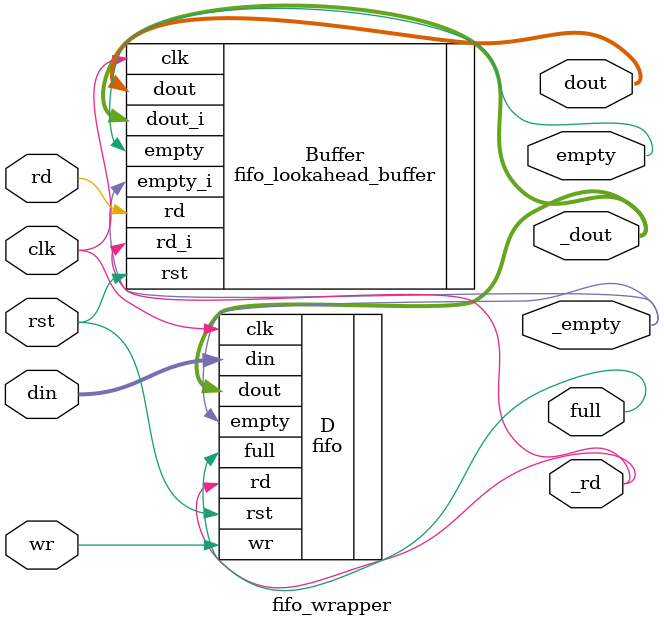
<source format=v>
 module fifo_wrapper (
    input clk,
    input rst,
    output full,
    input  wr,
    input [DATA_WIDTH - 1:0] din,
    output empty,
    input rd,
    output [DATA_WIDTH - 1:0] dout,
     output [DATA_WIDTH - 1:0] _dout,
     output _empty, _rd
);

    localparam DATA_WIDTH = 32;


//    wire [DATA_WIDTH - 1:0] _dout;



    fifo #(
        .DATA_WIDTH                     (DATA_WIDTH)
        ,.LOOKAHEAD                     (0)
    ) D (
        .clk        (clk)
        ,.rst       (rst)
        ,.full      (full)
        ,.wr        (wr)
        ,.din       (din)
        ,.empty     (_empty)
        ,.rd        (_rd)
        ,.dout      (_dout)
        );

    fifo_lookahead_buffer #(
        .DATA_WIDTH                     (DATA_WIDTH)
        ,.REVERSED                      (0)
    ) Buffer (
        .clk        (clk)
        ,.rst       (rst)
        ,.empty_i   (_empty)
        ,.rd_i      (_rd)
        ,.dout_i    (_dout)
        ,.empty     (empty)
        ,.rd        (rd)
        ,.dout      (dout)
        );

endmodule

</source>
